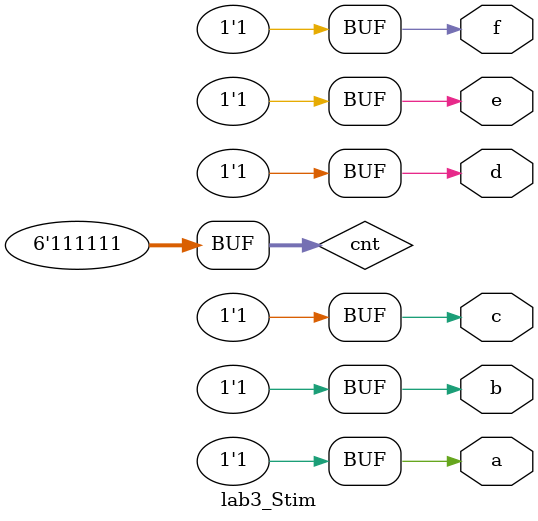
<source format=v>
module lab3_Stim(a, b, c, d, e, f); 

	output a, b, c, d, e, f;

    parameter delay = 100;

    // Used for creating six-input binary test 
    reg [5:0] cnt;

    //initial begin
        //cnt = 0;
        // repeat (64) means do the function 64 times
        // Similar: for(i=0; i < 64; i++) 
		//repeat (64) begin
			//#delay cnt=cnt+1;
        //end
    //end
	
    initial begin
        cnt = 63;
        // repeat (64) means do the function 64 times
        // Similar: for(i=63; i >= 0; i--) 
		repeat (64) begin
			#delay cnt=cnt-1;
        end
    end

    // Automaticaly convert 'cnt' this to binary
    // 0 -> A = '0', B = '0'
    // 1 -> A = '0', B = '1'... and so on. 
    assign {a,b,c,d,e,f} = cnt;

endmodule
</source>
